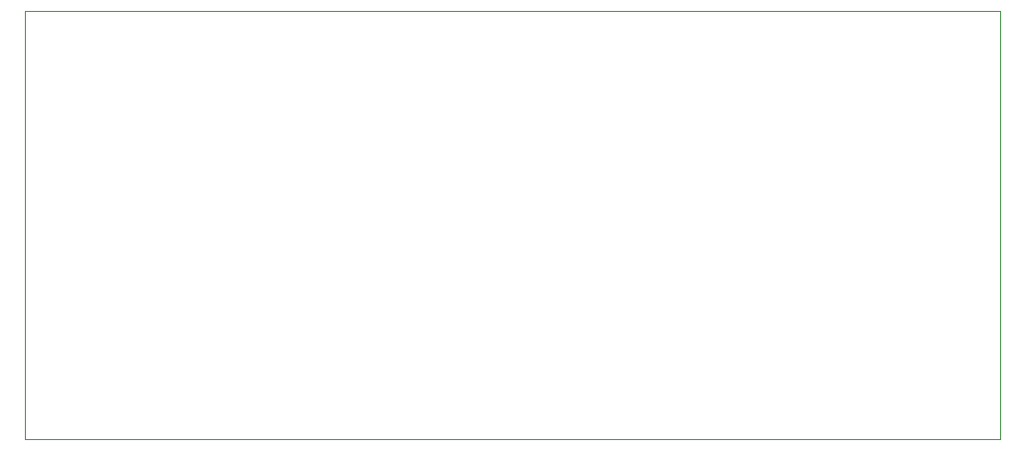
<source format=gbr>
%TF.GenerationSoftware,Altium Limited,Altium Designer,24.0.1 (36)*%
G04 Layer_Color=0*
%FSLAX45Y45*%
%MOMM*%
%TF.SameCoordinates,AADBD710-655B-4C0A-A29E-FCC33305A696*%
%TF.FilePolarity,Positive*%
%TF.FileFunction,Profile,NP*%
%TF.Part,Single*%
G01*
G75*
%TA.AperFunction,Profile*%
%ADD45C,0.02540*%
D45*
X-3800000Y-8275000D02*
Y-4625000D01*
X4500000D01*
Y-8275000D01*
X-3800000D01*
%TF.MD5,4a86171c5f2cb54b746e4dcc1aaf2f53*%
M02*

</source>
